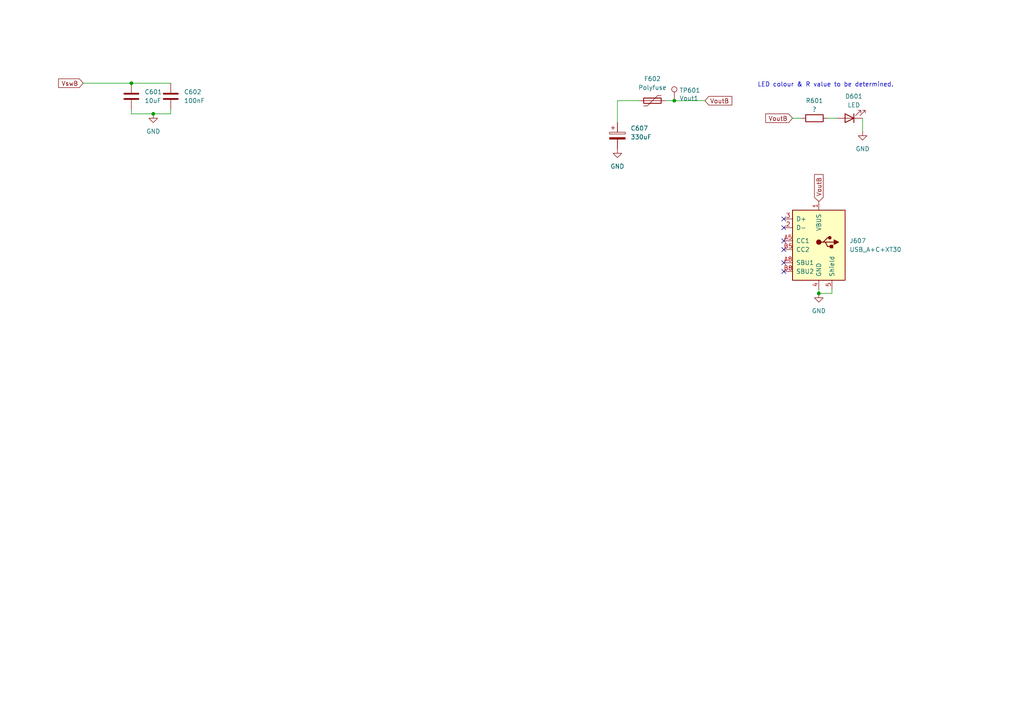
<source format=kicad_sch>
(kicad_sch (version 20211123) (generator eeschema)
  (paper "A4")
  (title_block (title "TPS540x Circuit A") (date "2024-04-01") (rev "1.0.0") (company "Scott A. Miller") (comment 1 "Don't forget to choose your output connector..."))
  (lib_symbols
    (symbol "Connector:TestPoint" (pin_numbers hide) (pin_names (offset 0.762) hide)
      (property "Reference" "TP" (at 0 6.858 0))
      (property "Value" "TestPoint" (at 0 5.08 0))
      (symbol "TestPoint_0_1"
        (circle (center 0 3.302) (radius 0.762))
      )
      (symbol "TestPoint_1_1"
        (pin passive line (at 0 0 90) (length 2.54) (name "1") (number "1"))
      )
    )
    (symbol "Device:C" (pin_numbers hide) (pin_names (offset 0.254))
      (property "Reference" "C" (at 0.635 2.54 0))
      (property "Value" "C" (at 0.635 -2.54 0))
      (symbol "C_0_1"
        (polyline (pts (xy -2.032 -0.762) (xy 2.032 -0.762)) (stroke (width 0.508)))
        (polyline (pts (xy -2.032 0.762) (xy 2.032 0.762)) (stroke (width 0.508)))
      )
      (symbol "C_1_1"
        (pin passive line (at 0 3.81 270) (length 2.794) (name "~") (number "1"))
        (pin passive line (at 0 -3.81 90) (length 2.794) (name "~") (number "2"))
      )
    )
    (symbol "Device:C_Polarized" (pin_numbers hide) (pin_names (offset 0.254))
      (property "Reference" "C" (at 0.635 2.54 0))
      (property "Value" "C_Polarized" (at 0.635 -2.54 0))
      (symbol "C_Polarized_0_1"
        (rectangle (start -2.286 0.508) (end 2.286 1.016))
        (polyline (pts (xy -1.778 2.286) (xy -0.762 2.286)))
        (polyline (pts (xy -1.27 2.794) (xy -1.27 1.778)))
        (rectangle (start 2.286 -0.508) (end -2.286 -1.016) (fill (type outline)))
      )
      (symbol "C_Polarized_1_1"
        (pin passive line (at 0 3.81 270) (length 2.794) (name "~") (number "1"))
        (pin passive line (at 0 -3.81 90) (length 2.794) (name "~") (number "2"))
      )
    )
    (symbol "Device:LED" (pin_numbers hide) (pin_names (offset 1.016) hide)
      (property "Reference" "D" (at 0 2.54 0))
      (property "Value" "LED" (at 0 -2.54 0))
      (symbol "LED_0_1"
        (polyline (pts (xy -1.27 -1.27) (xy -1.27 1.27)) (stroke (width 0.254)))
        (polyline (pts (xy -1.27 0) (xy 1.27 0)))
        (polyline (pts (xy 1.27 -1.27) (xy 1.27 1.27) (xy -1.27 0) (xy 1.27 -1.27)) (stroke (width 0.254)))
        (polyline (pts (xy -3.048 -0.762) (xy -4.572 -2.286) (xy -3.81 -2.286) (xy -4.572 -2.286) (xy -4.572 -1.524)))
        (polyline (pts (xy -1.778 -0.762) (xy -3.302 -2.286) (xy -2.54 -2.286) (xy -3.302 -2.286) (xy -3.302 -1.524)))
      )
      (symbol "LED_1_1"
        (pin passive line (at -3.81 0 0) (length 2.54) (name "K") (number "1"))
        (pin passive line (at 3.81 0 180) (length 2.54) (name "A") (number "2"))
      )
    )
    (symbol "Device:Polyfuse" (pin_numbers hide) (pin_names (offset 0))
      (property "Reference" "F" (at -2.54 0 90))
      (property "Value" "Polyfuse" (at 2.54 0 90))
      (symbol "Polyfuse_0_1"
        (rectangle (start -0.762 2.54) (end 0.762 -2.54) (stroke (width 0.254)))
        (polyline (pts (xy 0 2.54) (xy 0 -2.54)))
        (polyline (pts (xy -1.524 2.54) (xy -1.524 1.524) (xy 1.524 -1.524) (xy 1.524 -2.54)))
      )
      (symbol "Polyfuse_1_1"
        (pin passive line (at 0 3.81 270) (length 1.27) (name "~") (number "1"))
        (pin passive line (at 0 -3.81 90) (length 1.27) (name "~") (number "2"))
      )
    )
    (symbol "Device:R" (pin_numbers hide) (pin_names (offset 0))
      (property "Reference" "R" (at 2.032 0 90))
      (property "Value" "R" (at 0 0 90))
      (symbol "R_0_1"
        (rectangle (start -1.016 -2.54) (end 1.016 2.54) (stroke (width 0.254)))
      )
      (symbol "R_1_1"
        (pin passive line (at 0 3.81 270) (length 1.27) (name "~") (number "1"))
        (pin passive line (at 0 -3.81 90) (length 1.27) (name "~") (number "2"))
      )
    )
    (symbol "power:GND" (power) (pin_names (offset 0))
      (property "Value" "GND" (at 0 -3.81 0))
      (symbol "GND_0_1"
        (polyline (pts (xy 0 0) (xy 0 -1.27) (xy 1.27 -1.27) (xy 0 -2.54) (xy -1.27 -1.27) (xy 0 -1.27)))
      )
      (symbol "GND_1_1"
        (pin power_in line (at 0 0 270) (length 0) hide (name "GND") (number "1"))
      )
    )
    (symbol "tinker:USB_A+C+XT30" (pin_names (offset 1.016))
      (property "Reference" "J" (at -7.62 15.24 0))
      (property "Value" "USB_A+C+XT30" (at -2.54 12.7 0))
      (symbol "USB_A+C+XT30_0_1"
        (rectangle (start -7.62 10.16) (end 7.62 -10.16) (stroke (width 0.254)) (fill (type background)))
        (polyline (pts (xy 0.635 0.889) (xy 1.27 0.889) (xy 2.54 2.159) (xy 3.175 2.159)) (stroke (width 0.254)))
        (polyline (pts (xy 1.27 0.889) (xy 1.905 0.889) (xy 2.54 -0.381) (xy 3.81 -0.381)) (stroke (width 0.254)))
        (polyline (pts (xy 4.445 1.524) (xy 4.445 0.254) (xy 5.715 0.889) (xy 4.445 1.524)) (stroke (width 0.254)) (fill (type outline)))
        (circle (center 0 0.889) (radius 0.635) (stroke (width 0.254)) (fill (type outline)))
        (circle (center 3.175 2.159) (radius 0.381) (stroke (width 0.254)) (fill (type outline)))
        (rectangle (start 4.064 0) (end 3.302 -0.762) (stroke (width 0.254)) (fill (type outline)))
      )
      (symbol "USB_A+C+XT30_1_1"
        (polyline (pts (xy 1.905 0.889) (xy 4.445 0.889)) (stroke (width 0.254)))
        (pin power_in line (at 0 12.7 270) (length 2.54) (name "VBUS") (number "1"))
        (pin bidirectional line (at -10.16 5.08 0) (length 2.54) (name "D-") (number "2"))
        (pin bidirectional line (at -10.16 7.62 0) (length 2.54) (name "D+") (number "3"))
        (pin power_in line (at 0 -12.7 90) (length 2.54) (name "GND") (number "4"))
        (pin passive line (at 3.81 -12.7 90) (length 2.54) (name "Shield") (number "5"))
        (pin bidirectional line (at -10.16 1.27 0) (length 2.54) (name "CC1") (number "A5"))
        (pin bidirectional line (at -10.16 -5.08 0) (length 2.54) (name "SBU1") (number "A8"))
        (pin bidirectional line (at -10.16 -1.27 0) (length 2.54) (name "CC2") (number "B5"))
        (pin bidirectional line (at -10.16 -7.62 0) (length 2.54) (name "SBU2") (number "B8"))
      )
    )
  )
  (junction (at 38.1 24.13))
  (junction (at 195.58 29.21))
  (junction (at 44.45 33.02))
  (junction (at 237.49 85.09))
  (no_connect (at 227.33 66.04))
  (no_connect (at 227.33 78.74))
  (no_connect (at 227.33 69.85))
  (no_connect (at 227.33 76.2))
  (no_connect (at 227.33 72.39))
  (no_connect (at 227.33 63.5))
  (wire (pts (xy 38.1 24.13) (xy 49.53 24.13)))
  (wire (pts (xy 24.13 24.13) (xy 38.1 24.13)))
  (wire (pts (xy 241.3 83.82) (xy 241.3 85.09)))
  (wire (pts (xy 240.03 34.29) (xy 242.57 34.29)))
  (wire (pts (xy 179.07 29.21) (xy 179.07 35.56)))
  (wire (pts (xy 250.19 34.29) (xy 250.19 38.1)))
  (wire (pts (xy 49.53 33.02) (xy 49.53 31.75)))
  (wire (pts (xy 237.49 83.82) (xy 237.49 85.09)))
  (wire (pts (xy 38.1 31.75) (xy 38.1 33.02)))
  (wire (pts (xy 229.87 34.29) (xy 232.41 34.29)))
  (wire (pts (xy 44.45 33.02) (xy 49.53 33.02)))
  (wire (pts (xy 241.3 85.09) (xy 237.49 85.09)))
  (wire (pts (xy 193.04 29.21) (xy 195.58 29.21)))
  (wire (pts (xy 38.1 33.02) (xy 44.45 33.02)))
  (wire (pts (xy 195.58 29.21) (xy 204.47 29.21)))
  (wire (pts (xy 179.07 29.21) (xy 185.42 29.21)))
  (text "LED colour & R value to be determined." (at 219.71 25.4 0) (effects (font (size 1.27 1.27)) (justify left bottom)))
  (global_label "VoutB" (shape input) (at 237.49 58.42 90) (property "Intersheet References" "${INTERSHEET_REFS}" (effects hide)))
  (global_label "VoutB" (shape input) (at 204.47 29.21 0) (property "Intersheet References" "${INTERSHEET_REFS}" (effects hide)))
  (global_label "VswB" (shape input) (at 24.13 24.13 180) (property "Intersheet References" "${INTERSHEET_REFS}" (effects hide)))
  (global_label "VoutB" (shape input) (at 229.87 34.29 180) (property "Intersheet References" "${INTERSHEET_REFS}" (effects hide)))
  (symbol (lib_id "power:GND") (at 44.45 33.02 0) (unit 1)
    (property "Reference" "#PWR?" (effects hide))
    (property "Value" "GND" (at 44.45 38.1 0))
  )
  (symbol (lib_id "power:GND") (at 237.49 85.09 0) (unit 1)
    (property "Reference" "#PWR?" (effects hide))
    (property "Value" "GND" (at 237.49 90.17 0))
  )
  (symbol (lib_id "power:GND") (at 179.07 43.18 0) (unit 1)
    (property "Reference" "#PWR?" (effects hide))
    (property "Value" "GND" (at 179.07 48.26 0))
  )
  (symbol (lib_id "Device:LED") (at 246.38 34.29 180) (unit 1)
    (property "Reference" "D601" (at 247.65 27.94 0))
    (property "Value" "LED" (at 247.65 30.48 0))
    (property "Footprint" "LED_SMD:LED_0603_1608Metric" (effects hide))
  )
  (symbol (lib_id "tinker:USB_A+C+XT30") (at 237.49 71.12 0) (unit 1)
    (property "Reference" "J607" (at 246.38 69.8499 0) (effects (justify left)))
    (property "Value" "USB_A+C+XT30" (at 246.38 72.3899 0) (effects (justify left)))
    (property "Footprint" "tinker:USB_A+C+XT30" (effects hide))
    (property "Datasheet" " ~" (effects hide))
    (property "LCSC" "A-(C6389922) C-(C2765186) XT30-(C2913282)" (effects hide))
  )
  (symbol (lib_id "Device:R") (at 236.22 34.29 90) (unit 1)
    (property "Reference" "R601" (at 236.22 29.21 90))
    (property "Value" "?" (at 236.22 31.75 90))
    (property "Footprint" "Resistor_SMD:R_0603_1608Metric" (effects hide))
  )
  (symbol (lib_id "Connector:TestPoint") (at 195.58 29.21 0) (unit 1) (in_bom no)
    (property "Reference" "TP601" (at 197.0532 26.2128 0) (effects (justify left)))
    (property "Value" "Vout1" (at 197.0532 28.5242 0) (effects (justify left)))
    (property "Footprint" "tinker:TestPoint_THTPad_D1.0mm_Drill0.5mm" (effects hide))
  )
  (symbol (lib_id "Device:C") (at 38.1 27.94 0) (unit 1) (in_bom no) (on_board no)
    (property "Reference" "C601" (at 41.91 26.6699 0) (effects (justify left)))
    (property "Value" "10uF" (at 41.91 29.2099 0) (effects (justify left)))
    (property "Footprint" "Capacitor_SMD:C_1206_3216Metric" (effects hide))
    (property "LCSC" "C13585" (effects hide))
  )
  (symbol (lib_id "power:GND") (at 250.19 38.1 0) (unit 1)
    (property "Reference" "#PWR?" (effects hide))
    (property "Value" "GND" (at 250.19 43.18 0))
  )
  (symbol (lib_id "Device:C_Polarized") (at 179.07 39.37 0) (unit 1) (in_bom no) (on_board no)
    (property "Reference" "C607" (at 182.88 37.2109 0) (effects (justify left)))
    (property "Value" "330uF" (at 182.88 39.7509 0) (effects (justify left)))
    (property "Footprint" "Capacitor_SMD:CP_Elec_8x10" (effects hide))
    (property "LCSC" "C178599" (effects hide))
  )
  (symbol (lib_id "Device:C") (at 49.53 27.94 0) (unit 1) (in_bom no) (on_board no)
    (property "Reference" "C602" (at 53.34 26.6699 0) (effects (justify left)))
    (property "Value" "100nF" (at 53.34 29.2099 0) (effects (justify left)))
    (property "Footprint" "Capacitor_SMD:C_0603_1608Metric" (effects hide))
    (property "LCSC" "C14663" (effects hide))
  )
  (symbol (lib_id "Device:Polyfuse") (at 189.23 29.21 90) (unit 1)
    (property "Reference" "F602" (at 189.23 22.86 90))
    (property "Value" "Polyfuse" (at 189.23 25.4 90))
    (property "Footprint" "tinker:F1206" (effects hide))
    (property "Datasheet" "https://www.lcsc.com/datasheet/lcsc_datasheet_2305121424_BHFUSE-BSMD1206L-260_C960020.pdf" (effects hide))
    (property "LCSC" "C883134" (effects hide))
    (property "Field5" "BHFuse BSMD1206 family" (effects hide))
    (property "Field6" "https://www.lcsc.com/products/Resettable-Fuses_11042.html?keyword=BSMD1206" (effects hide))
  )
)
</source>
